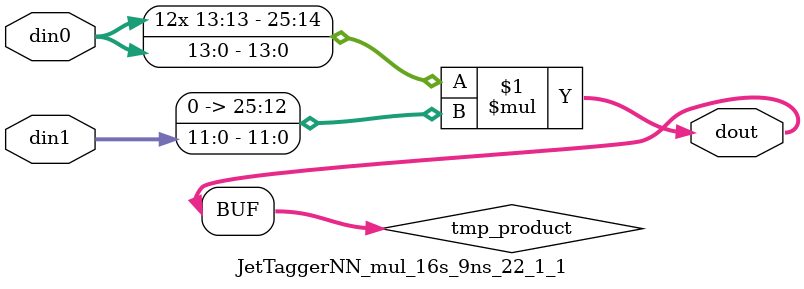
<source format=v>

`timescale 1 ns / 1 ps

  module JetTaggerNN_mul_16s_9ns_22_1_1(din0, din1, dout);
parameter ID = 1;
parameter NUM_STAGE = 0;
parameter din0_WIDTH = 14;
parameter din1_WIDTH = 12;
parameter dout_WIDTH = 26;

input [din0_WIDTH - 1 : 0] din0; 
input [din1_WIDTH - 1 : 0] din1; 
output [dout_WIDTH - 1 : 0] dout;

wire signed [dout_WIDTH - 1 : 0] tmp_product;












assign tmp_product = $signed(din0) * $signed({1'b0, din1});









assign dout = tmp_product;







endmodule

</source>
